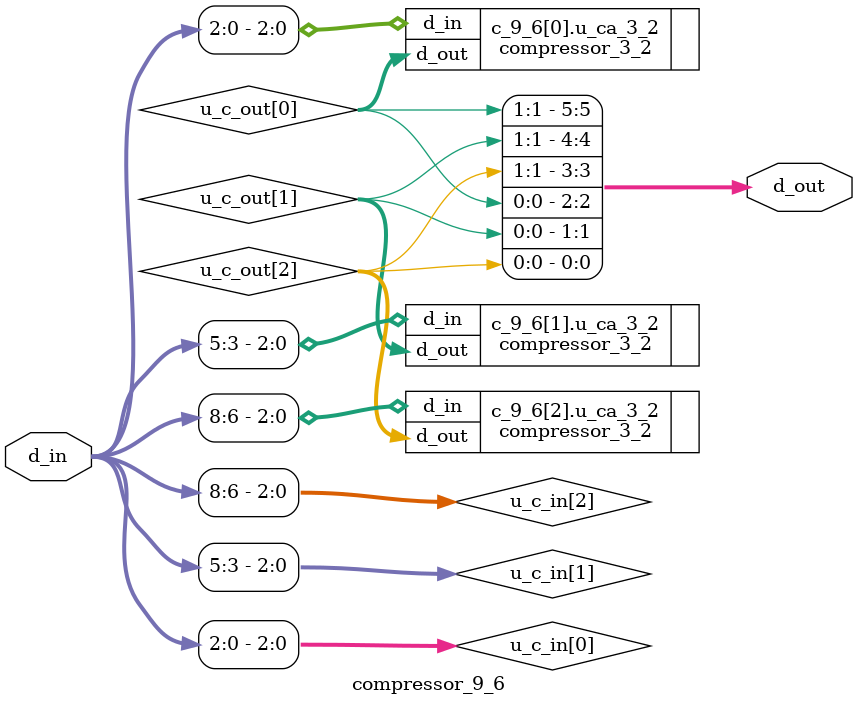
<source format=v>
module compressor_9_6
(
    input  [8:0] d_in,

    output [5:0] d_out
);



//--compressor_array input and output----------------------

wire [2:0] u_c_in[0:2];
wire [1:0] u_c_out[0:2];


//---------------------------------------------------------



//--compressor_array---------------------------------------

genvar c_i;
generate
    for(c_i = 0; c_i < 3; c_i = c_i + 1) begin:c_9_6
        assign u_c_in[c_i] = d_in[3*(c_i+1)-1:3*c_i];
        compressor_3_2 u_ca_3_2(.d_in(u_c_in[c_i]), .d_out(u_c_out[c_i]));
    end
endgenerate

//---------------------------------------------------------



//--output-------------------------------------------------

assign d_out[2:0] = {u_c_out[0][0:0],u_c_out[1][0:0],u_c_out[2][0:0]};
assign d_out[5:3] = {u_c_out[0][1:1],u_c_out[1][1:1],u_c_out[2][1:1]};

//---------------------------------------------------------


endmodule
</source>
